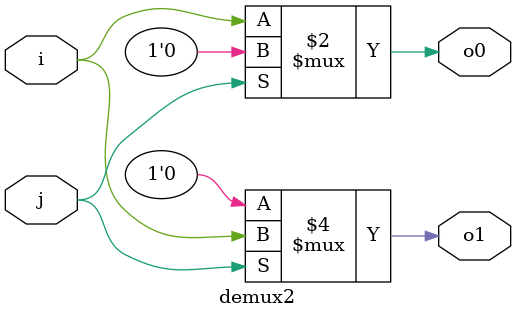
<source format=v>
module demux2(input wire i, j, output wire o0, o1);
    assign o0 = (j==0)?i:1'b0;
    assign o1 = (j==1)?i:1'b0;
endmodule
</source>
